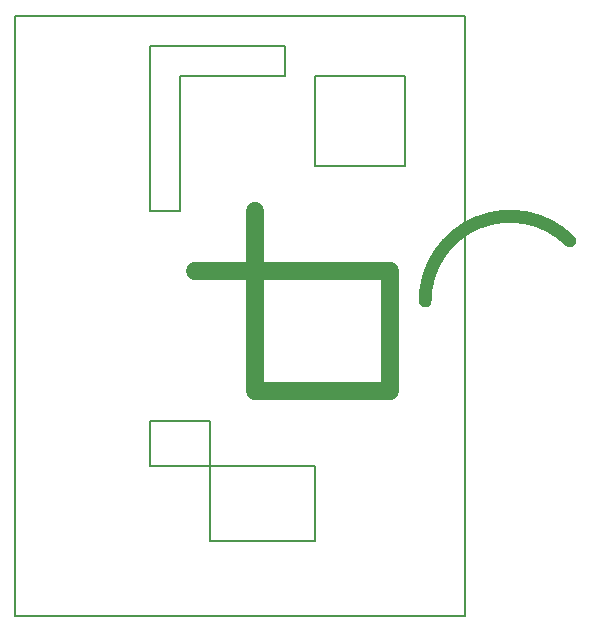
<source format=gbr>
G04 #@! TF.GenerationSoftware,KiCad,Pcbnew,5.0.2+dfsg1-1+build2*
G04 #@! TF.CreationDate,2019-11-06T00:19:19-05:00*
G04 #@! TF.ProjectId,overlapping_edge_cuts,6f766572-6c61-4707-9069-6e675f656467,rev?*
G04 #@! TF.SameCoordinates,Original*
G04 #@! TF.FileFunction,Profile,NP*
%FSLAX46Y46*%
G04 Gerber Fmt 4.6, Leading zero omitted, Abs format (unit mm)*
G04 Created by KiCad (PCBNEW 5.0.2+dfsg1-1+build2) date Wed 06 Nov 2019 12:19:19 AM EST*
%MOMM*%
%LPD*%
G01*
G04 APERTURE LIST*
%ADD10C,1.100000*%
%ADD11C,0.150000*%
%ADD12C,1.500000*%
G04 APERTURE END LIST*
D10*
X161725797Y-87630000D02*
G75*
G02X173989999Y-82550001I7184203J0D01*
G01*
D11*
X138430000Y-101600000D02*
X138430000Y-97790000D01*
X152400000Y-101600000D02*
X138430000Y-101600000D01*
X152400000Y-107950000D02*
X152400000Y-101600000D01*
X143510000Y-107950000D02*
X152400000Y-107950000D01*
X143510000Y-97790000D02*
X143510000Y-107950000D01*
X138430000Y-97790000D02*
X143510000Y-97790000D01*
D12*
X158750000Y-85090000D02*
X142240000Y-85090000D01*
X158750000Y-95250000D02*
X158750000Y-85090000D01*
X147320000Y-95250000D02*
X158750000Y-95250000D01*
X147320000Y-80010000D02*
X147320000Y-95250000D01*
D11*
X149860000Y-68580000D02*
X149860000Y-66040000D01*
X140970000Y-68580000D02*
X149860000Y-68580000D01*
X140970000Y-80010000D02*
X140970000Y-68580000D01*
X138430000Y-80010000D02*
X140970000Y-80010000D01*
X138430000Y-66040000D02*
X138430000Y-80010000D01*
X149860000Y-66040000D02*
X138430000Y-66040000D01*
X160020000Y-76200000D02*
X160020000Y-68580000D01*
X152400000Y-76200000D02*
X160020000Y-76200000D01*
X152400000Y-68580000D02*
X152400000Y-76200000D01*
X160020000Y-68580000D02*
X152400000Y-68580000D01*
X165100000Y-63500000D02*
X127000000Y-63500000D01*
X165100000Y-114300000D02*
X165100000Y-63500000D01*
X127000000Y-114300000D02*
X165100000Y-114300000D01*
X127000000Y-63500000D02*
X127000000Y-114300000D01*
M02*

</source>
